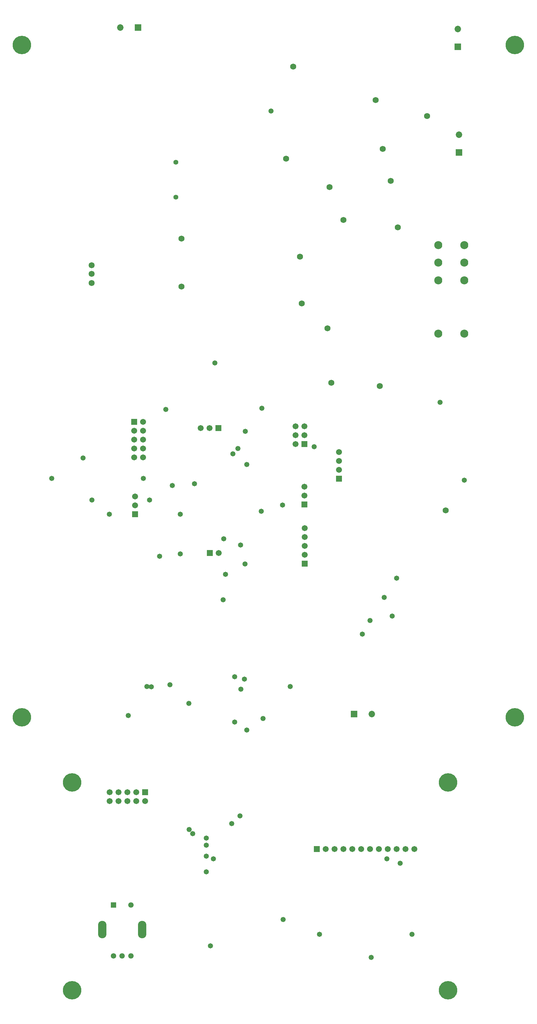
<source format=gbs>
G04*
G04 #@! TF.GenerationSoftware,Altium Limited,Altium Designer,23.4.1 (23)*
G04*
G04 Layer_Color=16711935*
%FSLAX25Y25*%
%MOIN*%
G70*
G04*
G04 #@! TF.SameCoordinates,4704FA20-ACEE-4373-A647-A7C3691A48C7*
G04*
G04*
G04 #@! TF.FilePolarity,Negative*
G04*
G01*
G75*
%ADD46R,0.06102X0.06102*%
%ADD47C,0.06102*%
G04:AMPARAMS|DCode=48|XSize=94.49mil|YSize=196.85mil|CornerRadius=47.24mil|HoleSize=0mil|Usage=FLASHONLY|Rotation=0.000|XOffset=0mil|YOffset=0mil|HoleType=Round|Shape=RoundedRectangle|*
%AMROUNDEDRECTD48*
21,1,0.09449,0.10236,0,0,0.0*
21,1,0.00000,0.19685,0,0,0.0*
1,1,0.09449,0.00000,-0.05118*
1,1,0.09449,0.00000,-0.05118*
1,1,0.09449,0.00000,0.05118*
1,1,0.09449,0.00000,0.05118*
%
%ADD48ROUNDEDRECTD48*%
%ADD71C,0.05524*%
%ADD72C,0.20800*%
%ADD73C,0.09068*%
%ADD74C,0.07296*%
%ADD75R,0.07296X0.07296*%
%ADD76C,0.06780*%
%ADD77R,0.07296X0.07296*%
%ADD78R,0.06706X0.06706*%
%ADD79C,0.06706*%
%ADD80R,0.06706X0.06706*%
%ADD81C,0.05800*%
%ADD82C,0.06800*%
D46*
X160657Y137559D02*
D03*
D47*
X180343D02*
D03*
X160657Y80472D02*
D03*
X170500D02*
D03*
X180343D02*
D03*
D48*
X148059Y110000D02*
D03*
X192941D02*
D03*
D71*
X231000Y973870D02*
D03*
Y934500D02*
D03*
D72*
X57500Y349000D02*
D03*
Y1106000D02*
D03*
X613500Y349000D02*
D03*
Y1106000D02*
D03*
X114000Y41500D02*
D03*
Y275500D02*
D03*
X538000D02*
D03*
Y41500D02*
D03*
D73*
X556500Y780921D02*
D03*
Y841000D02*
D03*
Y860842D02*
D03*
Y880685D02*
D03*
X526972D02*
D03*
Y860842D02*
D03*
Y841000D02*
D03*
Y780921D02*
D03*
D74*
X549000Y1124000D02*
D03*
X550500Y1005000D02*
D03*
X452000Y352500D02*
D03*
X168500Y1125500D02*
D03*
D75*
X549000Y1104000D02*
D03*
X550500Y985000D02*
D03*
D76*
X136000Y837921D02*
D03*
Y848157D02*
D03*
Y858000D02*
D03*
D77*
X432000Y352500D02*
D03*
X188500Y1125500D02*
D03*
D78*
X184000Y681500D02*
D03*
X376000Y656500D02*
D03*
X376500Y522000D02*
D03*
X185000Y577500D02*
D03*
X415000Y617500D02*
D03*
X376000Y588500D02*
D03*
D79*
X194000Y681500D02*
D03*
X184000Y671500D02*
D03*
X194000D02*
D03*
X184000Y661500D02*
D03*
X194000D02*
D03*
X184000Y651500D02*
D03*
X194000D02*
D03*
X184000Y641500D02*
D03*
X194000D02*
D03*
X366000Y676500D02*
D03*
X376000D02*
D03*
X366000Y666500D02*
D03*
X376000D02*
D03*
X366000Y656500D02*
D03*
X259000Y674500D02*
D03*
X269000D02*
D03*
X376500Y532000D02*
D03*
Y542000D02*
D03*
Y552000D02*
D03*
Y562000D02*
D03*
X185000Y597500D02*
D03*
Y587500D02*
D03*
X415000Y627500D02*
D03*
Y637500D02*
D03*
Y647500D02*
D03*
X279500Y534000D02*
D03*
X376000Y608500D02*
D03*
Y598500D02*
D03*
X500000Y200500D02*
D03*
X490000D02*
D03*
X480000D02*
D03*
X470000D02*
D03*
X460000D02*
D03*
X450000D02*
D03*
X440000D02*
D03*
X430000D02*
D03*
X420000D02*
D03*
X410000D02*
D03*
X400000D02*
D03*
X156500Y254500D02*
D03*
Y264500D02*
D03*
X166500Y254500D02*
D03*
Y264500D02*
D03*
X176500Y254500D02*
D03*
Y264500D02*
D03*
X186500Y254500D02*
D03*
Y264500D02*
D03*
X196500Y254500D02*
D03*
D80*
X279000Y674500D02*
D03*
X269500Y534000D02*
D03*
X390000Y200500D02*
D03*
X196500Y264500D02*
D03*
D81*
X284400Y481216D02*
D03*
X311000Y633500D02*
D03*
X219700Y695500D02*
D03*
X224500Y385500D02*
D03*
X387000Y653500D02*
D03*
X245808Y364808D02*
D03*
X177500Y351100D02*
D03*
X252000Y612000D02*
D03*
X529000Y703500D02*
D03*
X338500Y1031500D02*
D03*
X91000Y618000D02*
D03*
X275000Y748000D02*
D03*
X304000Y543000D02*
D03*
X556500Y616000D02*
D03*
X351500Y588000D02*
D03*
X329500Y347500D02*
D03*
X360000Y383500D02*
D03*
X311000Y334500D02*
D03*
X304500Y380500D02*
D03*
X308500Y392000D02*
D03*
X297500Y394500D02*
D03*
X203311Y383189D02*
D03*
X126400Y641000D02*
D03*
X297400Y343800D02*
D03*
X198220Y383500D02*
D03*
X236000Y533000D02*
D03*
Y577500D02*
D03*
X156000D02*
D03*
X301000Y651500D02*
D03*
X194500Y618000D02*
D03*
X309000Y521500D02*
D03*
X327500Y581000D02*
D03*
X287000Y510000D02*
D03*
X309500Y671000D02*
D03*
X328000Y697000D02*
D03*
X295500Y645500D02*
D03*
X441500Y442500D02*
D03*
X466000Y484000D02*
D03*
X450000Y458000D02*
D03*
X475000Y463000D02*
D03*
X212808Y530308D02*
D03*
X227000Y610000D02*
D03*
X136500Y593500D02*
D03*
X201500D02*
D03*
X285000Y550000D02*
D03*
X480000Y505500D02*
D03*
X270100Y91800D02*
D03*
X265200Y213000D02*
D03*
X249900Y218000D02*
D03*
X265200Y175000D02*
D03*
X245900Y222800D02*
D03*
X265500Y205000D02*
D03*
Y192500D02*
D03*
X484000Y184500D02*
D03*
X497500Y104600D02*
D03*
X393000D02*
D03*
X352000Y121300D02*
D03*
X303400Y238100D02*
D03*
X294000Y229200D02*
D03*
X451200Y78500D02*
D03*
X273500Y189500D02*
D03*
X469000D02*
D03*
D82*
X535500Y582000D02*
D03*
X461000Y722000D02*
D03*
X406500Y725500D02*
D03*
X402000Y787000D02*
D03*
X371000Y867500D02*
D03*
X420000Y909000D02*
D03*
X456500Y1044021D02*
D03*
X473500Y953000D02*
D03*
X404500Y946063D02*
D03*
X514500Y1026000D02*
D03*
X464374Y988874D02*
D03*
X237500Y834000D02*
D03*
Y888000D02*
D03*
X355500Y978000D02*
D03*
X363500Y1081500D02*
D03*
X481500Y900500D02*
D03*
X373000Y815000D02*
D03*
M02*

</source>
